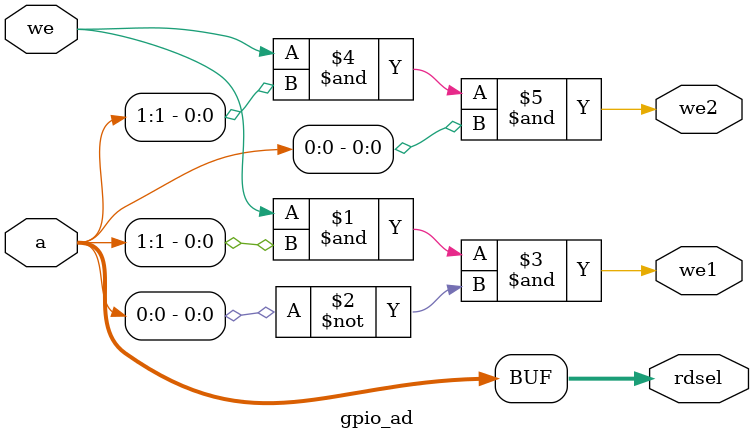
<source format=v>
`timescale 1ns / 1ps


module gpio_ad(
    input wire [1:0]a,
    input wire we,
    
    output wire we2,
    output wire we1,
    
    output wire [1:0] rdsel
    );
    
    assign rdsel = a;
    //Activate we1 when rdsel = 10 and we = 1
    assign we1 = (we & rdsel[1] & ~rdsel[0]);
    //Activate we2 when rdsel = 11 and we = 1
    assign we2 = (we & rdsel[1] &  rdsel[0]);

endmodule

</source>
